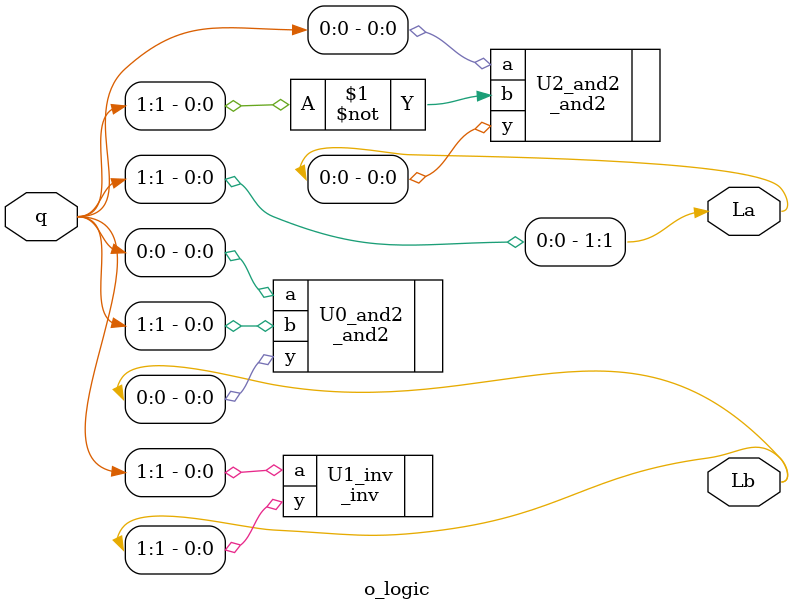
<source format=v>
module o_logic(q,La,Lb); //output logic
	input [1:0]q; //inputs
	output [1:0]La,Lb; //outputs
	
	_and2 U0_and2(.a(q[0]),.b(q[1]),.y(Lb[0])); //Lb0
	_inv U1_inv(.a(q[1]),.y(Lb[1])); //Lb1
	_and2 U2_and2(.a(q[0]),.b(~q[1]),.y(La[0])); //La0
	assign La[1]=q[1]; //La1
endmodule
</source>
